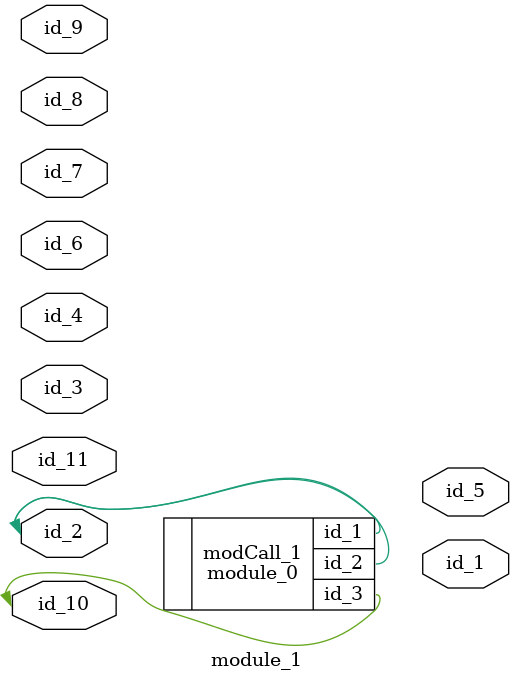
<source format=v>
module module_0 (
    id_1,
    id_2,
    id_3
);
  inout wire id_3;
  inout wire id_2;
  inout wire id_1;
endmodule
module module_1 (
    id_1,
    id_2,
    id_3,
    id_4,
    id_5,
    id_6,
    id_7,
    id_8,
    id_9,
    id_10,
    id_11
);
  inout wire id_11;
  inout wire id_10;
  input wire id_9;
  inout wire id_8;
  input wire id_7;
  input wire id_6;
  output wire id_5;
  input wire id_4;
  input wire id_3;
  inout wire id_2;
  output wire id_1;
  assign id_8[-1] = ~1'b0;
  module_0 modCall_1 (
      id_2,
      id_2,
      id_10
  );
endmodule

</source>
